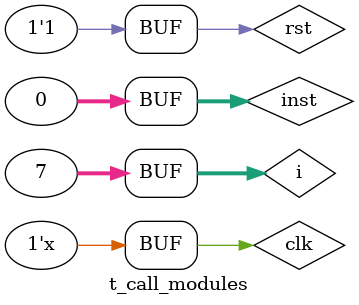
<source format=v>
`timescale 1ns / 1ps


module t_call_modules;

	// Inputs
	reg clk;
	reg rst;
	reg [31:0] inst;

	// Outputs
	wire [31:0] alu_out;
	integer i;

	// Instantiate the Unit Under Test (UUT)
	call_modules uut (
		.clk(clk), 
		.rst(rst), 
		.inst(inst), 
		.alu_out(alu_out)
	);

always begin
		#1 clk = ~clk;
	end

	initial begin
		// Initialize Inputs
	clk = 0;
	rst = 1;
	#1 rst = 0;
	#1 rst = 1;
	inst = {2'b01,1'b1,3'b010,5'b00000,5'b00001,16'h9525};
	#4 inst = {2'b01,1'b1,3'b010,5'b00001,5'b00001,16'h9635};
	for(i = 0;i < 7;i = i + 1)
	begin
		#3 inst = {2'b01,1'b0,i,5'b00010,5'b00000,5'b00001,11'd0};
	end
	#2 inst = 32'h00000000;
	end
endmodule	
	




</source>
